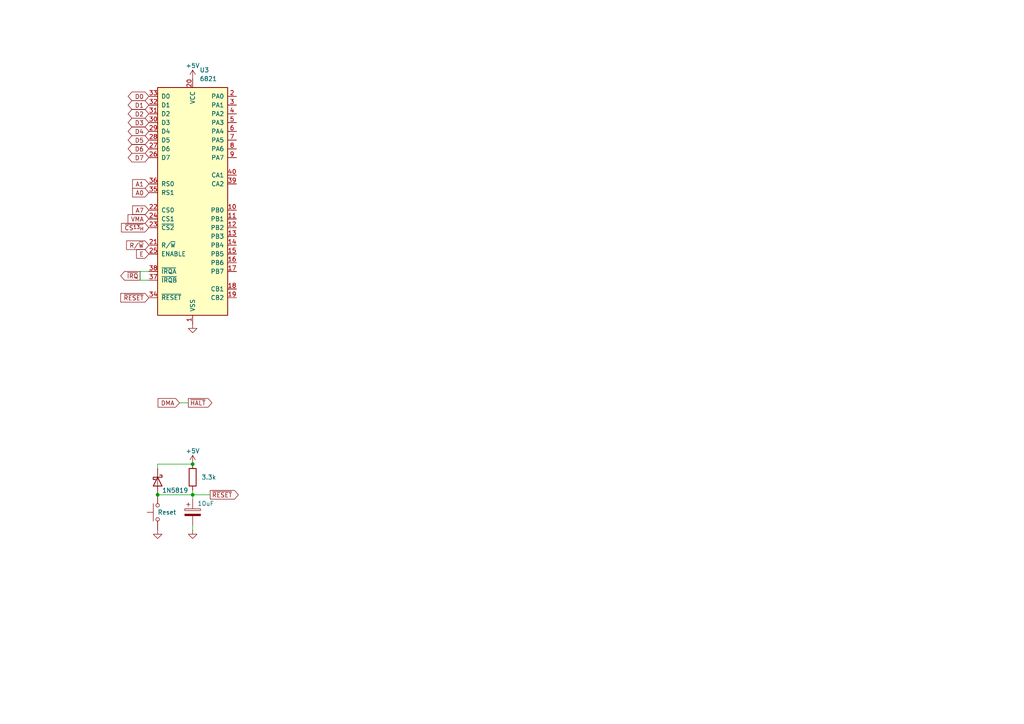
<source format=kicad_sch>
(kicad_sch (version 20230121) (generator eeschema)
  (paper "A4")
  (lib_symbols
    (symbol "Device:C_Polarized" (pin_numbers hide) (pin_names (offset 0.254))
      (property "Reference" "C" (at 0.635 2.54 0))
      (property "Value" "C_Polarized" (at 0.635 -2.54 0))
      (symbol "C_Polarized_0_1"
        (rectangle (start -2.286 0.508) (end 2.286 1.016))
        (polyline (pts (xy -1.778 2.286) (xy -0.762 2.286)))
        (polyline (pts (xy -1.27 2.794) (xy -1.27 1.778)))
        (rectangle (start 2.286 -0.508) (end -2.286 -1.016) (fill (type outline)))
      )
      (symbol "C_Polarized_1_1"
        (pin passive line (at 0 3.81 270) (length 2.794) (name "~") (number "1"))
        (pin passive line (at 0 -3.81 90) (length 2.794) (name "~") (number "2"))
      )
    )
    (symbol "Device:R" (pin_numbers hide) (pin_names (offset 0))
      (property "Reference" "R" (at 2.032 0 90))
      (property "Value" "R" (at 0 0 90))
      (symbol "R_0_1"
        (rectangle (start -1.016 -2.54) (end 1.016 2.54) (stroke (width 0.254)))
      )
      (symbol "R_1_1"
        (pin passive line (at 0 3.81 270) (length 1.27) (name "~") (number "1"))
        (pin passive line (at 0 -3.81 90) (length 1.27) (name "~") (number "2"))
      )
    )
    (symbol "Diode:1N5819" (pin_numbers hide) (pin_names (offset 1.016) hide)
      (property "Reference" "D" (at 0 2.54 0))
      (property "Value" "1N5819" (at 0 -2.54 0))
      (symbol "1N5819_0_1"
        (polyline (pts (xy 1.27 0) (xy -1.27 0)))
        (polyline (pts (xy 1.27 1.27) (xy 1.27 -1.27) (xy -1.27 0) (xy 1.27 1.27)) (stroke (width 0.254)))
        (polyline (pts (xy -1.905 0.635) (xy -1.905 1.27) (xy -1.27 1.27) (xy -1.27 -1.27) (xy -0.635 -1.27) (xy -0.635 -0.635)) (stroke (width 0.254)))
      )
      (symbol "1N5819_1_1"
        (pin passive line (at -3.81 0 0) (length 2.54) (name "K") (number "1"))
        (pin passive line (at 3.81 0 180) (length 2.54) (name "A") (number "2"))
      )
    )
    (symbol "Interface:6821" (pin_names (offset 1.016))
      (property "Reference" "U" (at -7.62 34.29 0))
      (property "Value" "6821" (at 10.16 34.29 0))
      (symbol "6821_0_1"
        (rectangle (start -10.16 -33.02) (end 10.16 33.02) (stroke (width 0.254)) (fill (type background)))
      )
      (symbol "6821_1_1"
        (pin power_in line (at 0 -35.56 90) (length 2.54) (name "VSS") (number "1"))
        (pin bidirectional line (at 12.7 -2.54 180) (length 2.54) (name "PB0") (number "10"))
        (pin bidirectional line (at 12.7 -5.08 180) (length 2.54) (name "PB1") (number "11"))
        (pin bidirectional line (at 12.7 -7.62 180) (length 2.54) (name "PB2") (number "12"))
        (pin bidirectional line (at 12.7 -10.16 180) (length 2.54) (name "PB3") (number "13"))
        (pin bidirectional line (at 12.7 -12.7 180) (length 2.54) (name "PB4") (number "14"))
        (pin bidirectional line (at 12.7 -15.24 180) (length 2.54) (name "PB5") (number "15"))
        (pin bidirectional line (at 12.7 -17.78 180) (length 2.54) (name "PB6") (number "16"))
        (pin bidirectional line (at 12.7 -20.32 180) (length 2.54) (name "PB7") (number "17"))
        (pin input line (at 12.7 -25.4 180) (length 2.54) (name "CB1") (number "18"))
        (pin bidirectional line (at 12.7 -27.94 180) (length 2.54) (name "CB2") (number "19"))
        (pin bidirectional line (at 12.7 30.48 180) (length 2.54) (name "PA0") (number "2"))
        (pin power_in line (at 0 35.56 270) (length 2.54) (name "VCC") (number "20"))
        (pin input line (at -12.7 -12.7 0) (length 2.54) (name "R/~{W}") (number "21"))
        (pin input line (at -12.7 -2.54 0) (length 2.54) (name "CS0") (number "22"))
        (pin input line (at -12.7 -7.62 0) (length 2.54) (name "~{CS2}") (number "23"))
        (pin input line (at -12.7 -5.08 0) (length 2.54) (name "CS1") (number "24"))
        (pin input line (at -12.7 -15.24 0) (length 2.54) (name "ENABLE") (number "25"))
        (pin bidirectional line (at -12.7 12.7 0) (length 2.54) (name "D7") (number "26"))
        (pin bidirectional line (at -12.7 15.24 0) (length 2.54) (name "D6") (number "27"))
        (pin bidirectional line (at -12.7 17.78 0) (length 2.54) (name "D5") (number "28"))
        (pin bidirectional line (at -12.7 20.32 0) (length 2.54) (name "D4") (number "29"))
        (pin bidirectional line (at 12.7 27.94 180) (length 2.54) (name "PA1") (number "3"))
        (pin bidirectional line (at -12.7 22.86 0) (length 2.54) (name "D3") (number "30"))
        (pin bidirectional line (at -12.7 25.4 0) (length 2.54) (name "D2") (number "31"))
        (pin bidirectional line (at -12.7 27.94 0) (length 2.54) (name "D1") (number "32"))
        (pin bidirectional line (at -12.7 30.48 0) (length 2.54) (name "D0") (number "33"))
        (pin input line (at -12.7 -27.94 0) (length 2.54) (name "~{RESET}") (number "34"))
        (pin input line (at -12.7 2.54 0) (length 2.54) (name "RS1") (number "35"))
        (pin input line (at -12.7 5.08 0) (length 2.54) (name "RS0") (number "36"))
        (pin open_collector line (at -12.7 -22.86 0) (length 2.54) (name "~{IRQB}") (number "37"))
        (pin open_collector line (at -12.7 -20.32 0) (length 2.54) (name "~{IRQA}") (number "38"))
        (pin bidirectional line (at 12.7 5.08 180) (length 2.54) (name "CA2") (number "39"))
        (pin bidirectional line (at 12.7 25.4 180) (length 2.54) (name "PA2") (number "4"))
        (pin input line (at 12.7 7.62 180) (length 2.54) (name "CA1") (number "40"))
        (pin bidirectional line (at 12.7 22.86 180) (length 2.54) (name "PA3") (number "5"))
        (pin bidirectional line (at 12.7 20.32 180) (length 2.54) (name "PA4") (number "6"))
        (pin bidirectional line (at 12.7 17.78 180) (length 2.54) (name "PA5") (number "7"))
        (pin bidirectional line (at 12.7 15.24 180) (length 2.54) (name "PA6") (number "8"))
        (pin bidirectional line (at 12.7 12.7 180) (length 2.54) (name "PA7") (number "9"))
      )
    )
    (symbol "Switch:SW_Push" (pin_numbers hide) (pin_names (offset 1.016) hide)
      (property "Reference" "SW" (at 1.27 2.54 0))
      (property "Value" "SW_Push" (at 0 -1.524 0))
      (symbol "SW_Push_0_1"
        (circle (center -2.032 0) (radius 0.508))
        (polyline (pts (xy 0 1.27) (xy 0 3.048)))
        (polyline (pts (xy 2.54 1.27) (xy -2.54 1.27)))
        (circle (center 2.032 0) (radius 0.508))
        (pin passive line (at -5.08 0 0) (length 2.54) (name "1") (number "1"))
        (pin passive line (at 5.08 0 180) (length 2.54) (name "2") (number "2"))
      )
    )
    (symbol "power:+5V" (power) (pin_names (offset 0))
      (property "Value" "+5V" (at 0 3.556 0))
      (symbol "+5V_0_1"
        (polyline (pts (xy -0.762 1.27) (xy 0 2.54)))
        (polyline (pts (xy 0 0) (xy 0 2.54)))
        (polyline (pts (xy 0 2.54) (xy 0.762 1.27)))
      )
      (symbol "+5V_1_1"
        (pin power_in line (at 0 0 90) (length 0) hide (name "+5V") (number "1"))
      )
    )
    (symbol "power:GND" (power) (pin_names (offset 0))
      (property "Value" "GND" (at 0 -3.81 0))
      (symbol "GND_0_1"
        (polyline (pts (xy 0 0) (xy 0 -1.27) (xy 1.27 -1.27) (xy 0 -2.54) (xy -1.27 -1.27) (xy 0 -1.27)))
      )
      (symbol "GND_1_1"
        (pin power_in line (at 0 0 270) (length 0) hide (name "GND") (number "1"))
      )
    )
  )
  (junction (at 45.72 143.51))
  (junction (at 55.88 143.51))
  (junction (at 55.88 134.62))
  (wire (pts (xy 55.88 143.51) (xy 55.88 144.78)))
  (wire (pts (xy 55.88 142.24) (xy 55.88 143.51)))
  (wire (pts (xy 54.61 116.84) (xy 52.07 116.84)))
  (wire (pts (xy 45.72 135.89) (xy 45.72 134.62)))
  (wire (pts (xy 40.64 81.28) (xy 43.18 81.28)))
  (wire (pts (xy 43.18 78.74) (xy 40.64 78.74)))
  (wire (pts (xy 45.72 134.62) (xy 55.88 134.62)))
  (wire (pts (xy 55.88 143.51) (xy 60.96 143.51)))
  (wire (pts (xy 55.88 153.67) (xy 55.88 152.4)))
  (wire (pts (xy 45.72 143.51) (xy 55.88 143.51)))
  (wire (pts (xy 40.64 78.74) (xy 40.64 81.28)))
  (global_label "~{RESET}" (shape output) (at 60.96 143.51 0) (property "Intersheetrefs" "${INTERSHEET_REFS}" (effects hide)))
  (global_label "D0" (shape bidirectional) (at 43.18 27.94 180) (property "Intersheetrefs" "${INTERSHEET_REFS}" (effects hide)))
  (global_label "E" (shape input) (at 43.18 73.66 180) (property "Intersheetrefs" "${INTERSHEET_REFS}" (effects hide)))
  (global_label "A0" (shape input) (at 43.18 55.88 180) (property "Intersheetrefs" "${INTERSHEET_REFS}" (effects hide)))
  (global_label "D5" (shape bidirectional) (at 43.18 40.64 180) (property "Intersheetrefs" "${INTERSHEET_REFS}" (effects hide)))
  (global_label "A1" (shape input) (at 43.18 53.34 180) (property "Intersheetrefs" "${INTERSHEET_REFS}" (effects hide)))
  (global_label "DMA" (shape input) (at 52.07 116.84 180) (property "Intersheetrefs" "${INTERSHEET_REFS}" (effects hide)))
  (global_label "D3" (shape bidirectional) (at 43.18 35.56 180) (property "Intersheetrefs" "${INTERSHEET_REFS}" (effects hide)))
  (global_label "~{HALT}" (shape output) (at 54.61 116.84 0) (property "Intersheetrefs" "${INTERSHEET_REFS}" (effects hide)))
  (global_label "D6" (shape bidirectional) (at 43.18 43.18 180) (property "Intersheetrefs" "${INTERSHEET_REFS}" (effects hide)))
  (global_label "D1" (shape bidirectional) (at 43.18 30.48 180) (property "Intersheetrefs" "${INTERSHEET_REFS}" (effects hide)))
  (global_label "R{slash}~{W}" (shape input) (at 43.18 71.12 180) (property "Intersheetrefs" "${INTERSHEET_REFS}" (effects hide)))
  (global_label "~{CS^{13}_{H}}" (shape input) (at 43.18 66.04 180) (property "Intersheetrefs" "${INTERSHEET_REFS}" (effects hide)))
  (global_label "D2" (shape bidirectional) (at 43.18 33.02 180) (property "Intersheetrefs" "${INTERSHEET_REFS}" (effects hide)))
  (global_label "D7" (shape bidirectional) (at 43.18 45.72 180) (property "Intersheetrefs" "${INTERSHEET_REFS}" (effects hide)))
  (global_label "~{RESET}" (shape input) (at 43.18 86.36 180) (property "Intersheetrefs" "${INTERSHEET_REFS}" (effects hide)))
  (global_label "A7" (shape input) (at 43.18 60.96 180) (property "Intersheetrefs" "${INTERSHEET_REFS}" (effects hide)))
  (global_label "~{IRQ}" (shape output) (at 40.64 80.01 180) (property "Intersheetrefs" "${INTERSHEET_REFS}" (effects hide)))
  (global_label "D4" (shape bidirectional) (at 43.18 38.1 180) (property "Intersheetrefs" "${INTERSHEET_REFS}" (effects hide)))
  (global_label "VMA" (shape input) (at 43.18 63.5 180) (property "Intersheetrefs" "${INTERSHEET_REFS}" (effects hide)))
  (symbol (lib_id "power:GND") (at 55.88 93.98 0) (unit 1)
    (property "Reference" "#PWR015" (effects hide))
    (property "Value" "GND" (effects hide))
  )
  (symbol (lib_id "power:+5V") (at 55.88 134.62 0) (unit 1)
    (property "Reference" "#PWR05" (effects hide))
    (property "Value" "+5V" (at 55.88 130.81 0))
  )
  (symbol (lib_id "Switch:SW_Push") (at 45.72 148.59 90) (unit 1)
    (property "Reference" "SW1" (effects hide))
    (property "Value" "Reset" (at 45.72 148.59 90) (effects (justify right)))
  )
  (symbol (lib_id "power:+5V") (at 55.88 22.86 0) (unit 1)
    (property "Reference" "#PWR04" (effects hide))
    (property "Value" "+5V" (at 55.88 19.05 0))
  )
  (symbol (lib_id "Interface:6821") (at 55.88 58.42 0) (unit 1)
    (property "Reference" "U3" (at 57.8994 20.32 0) (effects (justify left)))
    (property "Value" "6821" (at 57.8994 22.86 0) (effects (justify left)))
    (property "Footprint" "Package_DIP:DIP-40_W15.24mm" (effects hide))
    (property "Datasheet" "http://pdf.datasheetcatalog.com/datasheet/motorola/6821.pdf" (effects hide))
  )
  (symbol (lib_id "Device:C_Polarized") (at 55.88 148.59 0) (unit 1)
    (property "Reference" "C1" (effects hide))
    (property "Value" "10uF" (at 59.69 146.05 0))
  )
  (symbol (lib_id "Device:R") (at 55.88 138.43 180) (unit 1)
    (property "Reference" "R1" (effects hide))
    (property "Value" "3.3k" (at 58.42 138.43 0) (effects (justify right)))
  )
  (symbol (lib_id "power:GND") (at 45.72 153.67 0) (unit 1)
    (property "Reference" "#PWR06" (effects hide))
    (property "Value" "GND" (effects hide))
  )
  (symbol (lib_id "power:GND") (at 55.88 153.67 0) (unit 1)
    (property "Reference" "#PWR07" (effects hide))
    (property "Value" "GND" (effects hide))
  )
  (symbol (lib_id "Diode:1N5819") (at 45.72 139.7 270) (unit 1)
    (property "Reference" "D1" (effects hide))
    (property "Value" "1N5819" (at 46.99 142.24 90) (effects (justify left)))
    (property "Footprint" "Diode_THT:D_DO-41_SOD81_P10.16mm_Horizontal" (effects hide))
    (property "Datasheet" "http://www.vishay.com/docs/88525/1n5817.pdf" (effects hide))
  )
)
</source>
